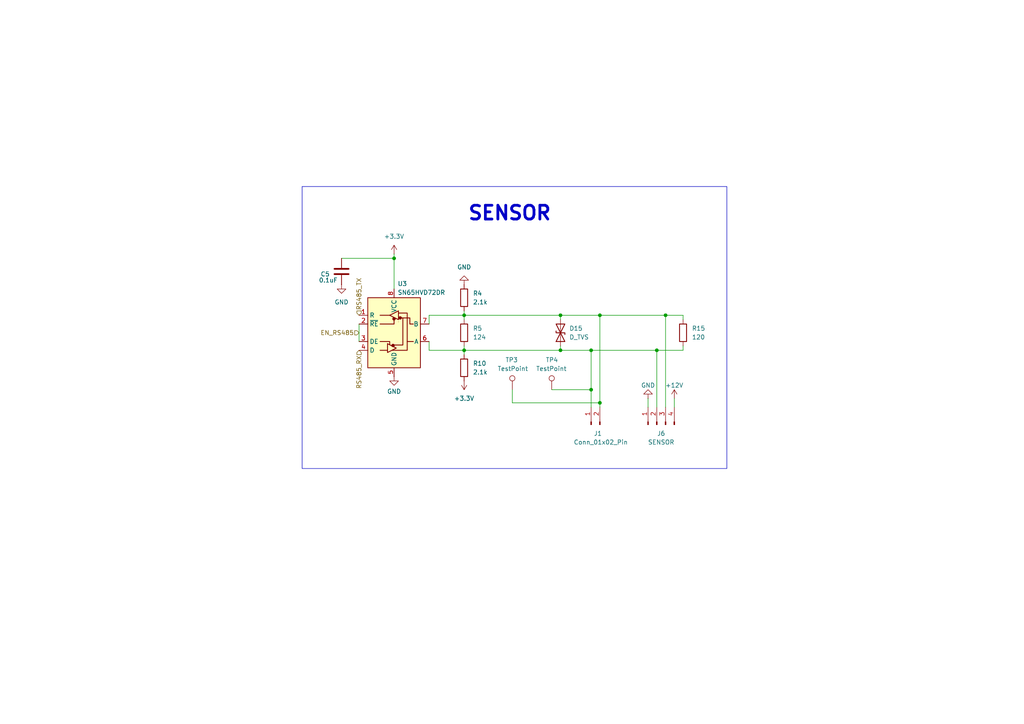
<source format=kicad_sch>
(kicad_sch (version 20231120) (generator "eeschema") (generator_version "8.0")
  (paper "A4")
  (lib_symbols
    (symbol "Connector:Conn_01x02_Pin" (pin_names (offset 1.016) hide)
      (property "Reference" "J" (at 0 2.54 0))
      (property "Value" "Conn_01x02_Pin" (at 0 -5.08 0))
      (symbol "Conn_01x02_Pin_1_1"
        (polyline (pts (xy 1.27 -2.54) (xy 0.8636 -2.54)) (stroke (width 0.1524)))
        (polyline (pts (xy 1.27 0) (xy 0.8636 0)) (stroke (width 0.1524)))
        (rectangle (start 0.8636 -2.413) (end 0 -2.667) (stroke (width 0.1524)) (fill (type outline)))
        (rectangle (start 0.8636 0.127) (end 0 -0.127) (stroke (width 0.1524)) (fill (type outline)))
        (pin passive line (at 5.08 0 180) (length 3.81) (name "Pin_1") (number "1"))
        (pin passive line (at 5.08 -2.54 180) (length 3.81) (name "Pin_2") (number "2"))
      )
    )
    (symbol "Connector:Conn_01x04_Pin" (pin_names (offset 1.016) hide)
      (property "Reference" "J" (at 0 5.08 0))
      (property "Value" "Conn_01x04_Pin" (at 0 -7.62 0))
      (symbol "Conn_01x04_Pin_1_1"
        (polyline (pts (xy 1.27 -5.08) (xy 0.8636 -5.08)) (stroke (width 0.1524)))
        (polyline (pts (xy 1.27 -2.54) (xy 0.8636 -2.54)) (stroke (width 0.1524)))
        (polyline (pts (xy 1.27 0) (xy 0.8636 0)) (stroke (width 0.1524)))
        (polyline (pts (xy 1.27 2.54) (xy 0.8636 2.54)) (stroke (width 0.1524)))
        (rectangle (start 0.8636 -4.953) (end 0 -5.207) (stroke (width 0.1524)) (fill (type outline)))
        (rectangle (start 0.8636 -2.413) (end 0 -2.667) (stroke (width 0.1524)) (fill (type outline)))
        (rectangle (start 0.8636 0.127) (end 0 -0.127) (stroke (width 0.1524)) (fill (type outline)))
        (rectangle (start 0.8636 2.667) (end 0 2.413) (stroke (width 0.1524)) (fill (type outline)))
        (pin passive line (at 5.08 2.54 180) (length 3.81) (name "Pin_1") (number "1"))
        (pin passive line (at 5.08 0 180) (length 3.81) (name "Pin_2") (number "2"))
        (pin passive line (at 5.08 -2.54 180) (length 3.81) (name "Pin_3") (number "3"))
        (pin passive line (at 5.08 -5.08 180) (length 3.81) (name "Pin_4") (number "4"))
      )
    )
    (symbol "Connector:TestPoint" (pin_numbers hide) (pin_names (offset 0.762) hide)
      (property "Reference" "TP" (at 0 6.858 0))
      (property "Value" "TestPoint" (at 0 5.08 0))
      (symbol "TestPoint_0_1"
        (circle (center 0 3.302) (radius 0.762))
      )
      (symbol "TestPoint_1_1"
        (pin passive line (at 0 0 90) (length 2.54) (name "1") (number "1"))
      )
    )
    (symbol "Device:C" (pin_numbers hide) (pin_names (offset 0.254))
      (property "Reference" "C" (at 0.635 2.54 0))
      (property "Value" "C" (at 0.635 -2.54 0))
      (symbol "C_0_1"
        (polyline (pts (xy -2.032 -0.762) (xy 2.032 -0.762)) (stroke (width 0.508)))
        (polyline (pts (xy -2.032 0.762) (xy 2.032 0.762)) (stroke (width 0.508)))
      )
      (symbol "C_1_1"
        (pin passive line (at 0 3.81 270) (length 2.794) (name "~") (number "1"))
        (pin passive line (at 0 -3.81 90) (length 2.794) (name "~") (number "2"))
      )
    )
    (symbol "Device:D_TVS" (pin_numbers hide) (pin_names (offset 1.016) hide)
      (property "Reference" "D" (at 0 2.54 0))
      (property "Value" "D_TVS" (at 0 -2.54 0))
      (symbol "D_TVS_0_1"
        (polyline (pts (xy 1.27 0) (xy -1.27 0)))
        (polyline (pts (xy 0.508 1.27) (xy 0 1.27) (xy 0 -1.27) (xy -0.508 -1.27)) (stroke (width 0.254)))
        (polyline (pts (xy -2.54 1.27) (xy -2.54 -1.27) (xy 2.54 1.27) (xy 2.54 -1.27) (xy -2.54 1.27)) (stroke (width 0.254)))
      )
      (symbol "D_TVS_1_1"
        (pin passive line (at -3.81 0 0) (length 2.54) (name "A1") (number "1"))
        (pin passive line (at 3.81 0 180) (length 2.54) (name "A2") (number "2"))
      )
    )
    (symbol "Device:R" (pin_numbers hide) (pin_names (offset 0))
      (property "Reference" "R" (at 2.032 0 90))
      (property "Value" "R" (at 0 0 90))
      (symbol "R_0_1"
        (rectangle (start -1.016 -2.54) (end 1.016 2.54) (stroke (width 0.254)))
      )
      (symbol "R_1_1"
        (pin passive line (at 0 3.81 270) (length 1.27) (name "~") (number "1"))
        (pin passive line (at 0 -3.81 90) (length 1.27) (name "~") (number "2"))
      )
    )
    (symbol "Interface_UART:SN65HVD11HD"
      (property "Reference" "U" (at -7.62 12.7 0))
      (property "Value" "SN65HVD11HD" (at 2.54 12.7 0))
      (symbol "SN65HVD11HD_0_1"
        (rectangle (start -7.62 10.16) (end 7.62 -10.16) (stroke (width 0.254)) (fill (type background)))
        (circle (center -0.3048 -3.683) (radius 0.3556) (stroke (width 0.254)) (fill (type outline)))
        (circle (center -0.0254 4.0386) (radius 0.3556) (stroke (width 0.254)) (fill (type outline)))
        (polyline (pts (xy -4.064 -5.08) (xy -1.905 -5.08)) (stroke (width 0.254)))
        (polyline (pts (xy -4.064 5.08) (xy -1.27 5.08)) (stroke (width 0.254)))
        (polyline (pts (xy -1.27 -3.2004) (xy -1.27 -3.4544)) (stroke (width 0.254)))
        (polyline (pts (xy -4.064 -2.54) (xy -1.27 -2.54) (xy -1.27 -3.175)) (stroke (width 0.254)))
        (polyline (pts (xy 0 3.81) (xy 0 2.54) (xy -4.064 2.54)) (stroke (width 0.254)))
        (polyline (pts (xy 1.27 5.715) (xy 3.81 5.715) (xy 3.81 -2.54)) (stroke (width 0.254)))
        (polyline (pts (xy 2.54 4.318) (xy 2.54 -3.556) (xy -0.254 -3.556)) (stroke (width 0.254)))
        (polyline (pts (xy -1.905 -3.175) (xy -1.905 -5.715) (xy 0.635 -4.445) (xy -1.905 -3.175)) (stroke (width 0.254)))
        (polyline (pts (xy -1.27 5.08) (xy 1.27 6.35) (xy 1.27 3.81) (xy -1.27 5.08)) (stroke (width 0.254)))
        (polyline (pts (xy -0.508 -5.08) (xy 3.81 -5.08) (xy 3.81 -2.54) (xy 5.588 -2.54)) (stroke (width 0.254)))
        (polyline (pts (xy 2.032 4.318) (xy 4.572 4.318) (xy 4.572 2.54) (xy 5.588 2.54)) (stroke (width 0.254)))
        (rectangle (start 1.27 3.175) (end 1.27 3.175))
        (circle (center 1.778 4.318) (radius 0.3556) (stroke (width 0.254)) (fill (type outline)))
      )
      (symbol "SN65HVD11HD_1_1"
        (pin output line (at -10.16 5.08 0) (length 2.54) (name "R") (number "1"))
        (pin input line (at -10.16 2.54 0) (length 2.54) (name "~{RE}") (number "2"))
        (pin input line (at -10.16 -2.54 0) (length 2.54) (name "DE") (number "3"))
        (pin input line (at -10.16 -5.08 0) (length 2.54) (name "D") (number "4"))
        (pin power_in line (at 0 -12.7 90) (length 2.54) (name "GND") (number "5"))
        (pin bidirectional line (at 10.16 -2.54 180) (length 2.54) (name "A") (number "6"))
        (pin bidirectional line (at 10.16 2.54 180) (length 2.54) (name "B") (number "7"))
        (pin power_in line (at 0 12.7 270) (length 2.54) (name "VCC") (number "8"))
      )
    )
    (symbol "power:+12V" (power) (pin_numbers hide) (pin_names (offset 0) hide)
      (property "Value" "+12V" (at 0 3.556 0))
      (symbol "+12V_0_1"
        (polyline (pts (xy -0.762 1.27) (xy 0 2.54)))
        (polyline (pts (xy 0 0) (xy 0 2.54)))
        (polyline (pts (xy 0 2.54) (xy 0.762 1.27)))
      )
      (symbol "+12V_1_1"
        (pin power_in line (at 0 0 90) (length 0) (name "~") (number "1"))
      )
    )
    (symbol "power:+3.3V" (power) (pin_numbers hide) (pin_names (offset 0) hide)
      (property "Value" "+3.3V" (at 0 3.556 0))
      (symbol "+3.3V_0_1"
        (polyline (pts (xy -0.762 1.27) (xy 0 2.54)))
        (polyline (pts (xy 0 0) (xy 0 2.54)))
        (polyline (pts (xy 0 2.54) (xy 0.762 1.27)))
      )
      (symbol "+3.3V_1_1"
        (pin power_in line (at 0 0 90) (length 0) (name "~") (number "1"))
      )
    )
    (symbol "power:GND" (power) (pin_numbers hide) (pin_names (offset 0) hide)
      (property "Value" "GND" (at 0 -3.81 0))
      (symbol "GND_0_1"
        (polyline (pts (xy 0 0) (xy 0 -1.27) (xy 1.27 -1.27) (xy 0 -2.54) (xy -1.27 -1.27) (xy 0 -1.27)))
      )
      (symbol "GND_1_1"
        (pin power_in line (at 0 0 270) (length 0) (name "~") (number "1"))
      )
    )
  )
  (junction (at 173.99 91.44))
  (junction (at 171.45 101.6))
  (junction (at 162.56 91.44))
  (junction (at 171.45 113.03))
  (junction (at 173.99 116.84))
  (junction (at 134.62 91.44))
  (junction (at 190.5 101.6))
  (junction (at 134.62 101.6))
  (junction (at 162.56 101.6))
  (junction (at 114.3 74.93))
  (junction (at 193.04 91.44))
  (wire (pts (xy 134.62 101.6) (xy 134.62 102.87)))
  (wire (pts (xy 134.62 90.17) (xy 134.62 91.44)))
  (wire (pts (xy 198.12 101.6) (xy 190.5 101.6)))
  (wire (pts (xy 124.46 101.6) (xy 134.62 101.6)))
  (wire (pts (xy 198.12 91.44) (xy 198.12 92.71)))
  (wire (pts (xy 198.12 100.33) (xy 198.12 101.6)))
  (wire (pts (xy 124.46 99.06) (xy 124.46 101.6)))
  (wire (pts (xy 171.45 113.03) (xy 171.45 118.11)))
  (wire (pts (xy 173.99 91.44) (xy 193.04 91.44)))
  (wire (pts (xy 104.14 93.98) (xy 104.14 99.06)))
  (wire (pts (xy 114.3 73.66) (xy 114.3 74.93)))
  (wire (pts (xy 160.02 113.03) (xy 171.45 113.03)))
  (wire (pts (xy 99.06 74.93) (xy 114.3 74.93)))
  (wire (pts (xy 173.99 91.44) (xy 162.56 91.44)))
  (wire (pts (xy 171.45 101.6) (xy 162.56 101.6)))
  (wire (pts (xy 134.62 91.44) (xy 162.56 91.44)))
  (wire (pts (xy 162.56 91.44) (xy 162.56 92.71)))
  (wire (pts (xy 171.45 101.6) (xy 190.5 101.6)))
  (wire (pts (xy 162.56 100.33) (xy 162.56 101.6)))
  (wire (pts (xy 190.5 101.6) (xy 190.5 118.11)))
  (wire (pts (xy 134.62 101.6) (xy 162.56 101.6)))
  (wire (pts (xy 148.59 113.03) (xy 148.59 116.84)))
  (wire (pts (xy 134.62 91.44) (xy 134.62 92.71)))
  (wire (pts (xy 148.59 116.84) (xy 173.99 116.84)))
  (wire (pts (xy 187.96 118.11) (xy 187.96 115.57)))
  (wire (pts (xy 134.62 100.33) (xy 134.62 101.6)))
  (wire (pts (xy 173.99 116.84) (xy 173.99 118.11)))
  (wire (pts (xy 193.04 91.44) (xy 193.04 118.11)))
  (wire (pts (xy 114.3 74.93) (xy 114.3 83.82)))
  (wire (pts (xy 124.46 91.44) (xy 124.46 93.98)))
  (wire (pts (xy 198.12 91.44) (xy 193.04 91.44)))
  (wire (pts (xy 124.46 91.44) (xy 134.62 91.44)))
  (wire (pts (xy 173.99 91.44) (xy 173.99 116.84)))
  (wire (pts (xy 195.58 118.11) (xy 195.58 115.57)))
  (wire (pts (xy 171.45 101.6) (xy 171.45 113.03)))
  (rectangle (start 87.63 54.102) (end 210.82 135.89))
  (text "SENSOR\n" (at 147.828 61.976 0) (effects (font (size 4 4) (bold yes))))
  (hierarchical_label "RS485_TX" (shape input) (at 104.14 91.44 90))
  (hierarchical_label "RS485_RX" (shape input) (at 104.14 101.6 270))
  (hierarchical_label "EN_RS485" (shape input) (at 104.14 96.52 180))
  (symbol (lib_id "power:GND") (at 114.3 109.22 0) (unit 1)
    (property "Reference" "#PWR022" (effects (hide yes)))
    (property "Value" "GND" (at 114.3 113.538 0))
    (property "Description" "Power symbol creates a global label with name \"GND\" , ground" (effects (hide yes)))
  )
  (symbol (lib_id "power:GND") (at 134.62 82.55 180) (unit 1)
    (property "Reference" "#PWR023" (effects (hide yes)))
    (property "Value" "GND" (at 134.62 77.47 0))
    (property "Description" "Power symbol creates a global label with name \"GND\" , ground" (effects (hide yes)))
  )
  (symbol (lib_id "power:+12V") (at 195.58 115.57 0) (unit 1)
    (property "Reference" "#PWR037" (effects (hide yes)))
    (property "Value" "+12V" (at 195.58 111.76 0))
    (property "Description" "Power symbol creates a global label with name \"+12V\"" (effects (hide yes)))
  )
  (symbol (lib_id "Connector:Conn_01x02_Pin") (at 171.45 123.19 90) (unit 1)
    (property "Reference" "J1" (at 172.212 125.73 90) (effects (justify right)))
    (property "Value" "Conn_01x02_Pin" (at 166.37 128.27 90) (effects (justify right)))
    (property "Footprint" "hydroB:Din sensor" (effects (hide yes)))
  )
  (symbol (lib_id "power:GND") (at 99.06 82.55 0) (unit 1)
    (property "Reference" "#PWR020" (effects (hide yes)))
    (property "Value" "GND" (at 99.06 87.63 0))
    (property "Description" "Power symbol creates a global label with name \"GND\" , ground" (effects (hide yes)))
  )
  (symbol (lib_id "Connector:TestPoint") (at 148.59 113.03 0) (unit 1)
    (property "Reference" "TP3" (at 146.558 104.394 0) (effects (justify left)))
    (property "Value" "TestPoint" (at 144.272 106.934 0) (effects (justify left)))
    (property "Footprint" "TestPoint:TestPoint_Loop_D1.80mm_Drill1.0mm_Beaded" (effects (hide yes)))
    (property "Description" "test point" (effects (hide yes)))
  )
  (symbol (lib_id "Device:R") (at 134.62 96.52 180) (unit 1)
    (property "Reference" "R5" (at 137.16 95.2499 0) (effects (justify right)))
    (property "Value" "124" (at 137.16 97.7899 0) (effects (justify right)))
    (property "Footprint" "Resistor_SMD:R_0603_1608Metric" (effects (hide yes)))
    (property "Description" "62.5mW Thick Film Resistors 50V ±100ppm/℃ ±1% 10kΩ 0402" (effects (hide yes)))
    (property "MFR" "0402WGF1002TCE" (effects (hide yes)))
    (property "LCSC" "C25744" (effects (hide yes)))
  )
  (symbol (lib_id "Interface_UART:SN65HVD11HD") (at 114.3 96.52 0) (unit 1)
    (property "Reference" "U3" (at 115.316 82.296 0) (effects (justify left)))
    (property "Value" "SN65HVD72DR" (at 115.316 84.836 0) (effects (justify left)))
    (property "Footprint" "Package_SO:SOIC-8_3.9x4.9mm_P1.27mm" (effects (hide yes)))
    (property "Datasheet" "https://wmsc.lcsc.com/wmsc/upload/file/pdf/v2/lcsc/1810161612_Texas-Instruments-SN65HVD72DR_C48125.pdf" (effects (hide yes)))
    (property "Description" "3.3V, RS-485 Transceiver, SOIC-8" (effects (hide yes)))
    (property "LCSC" " C48125" (effects (hide yes)))
    (property "MFR.Part" "SN65HVD72DR" (effects (hide yes)))
  )
  (symbol (lib_id "Device:C") (at 99.06 78.74 0) (unit 1)
    (property "Reference" "C5" (at 92.964 79.502 0) (effects (justify left)))
    (property "Value" "0.1uF" (at 92.456 81.2801 0) (effects (justify left)))
    (property "Footprint" "Capacitor_SMD:C_0603_1608Metric" (effects (hide yes)))
    (property "Description" "50V 100nF X7R ±10% 0402" (effects (hide yes)))
    (property "MFR" "CL05B104KB54PNC" (effects (hide yes)))
    (property "LCSC" "C307331" (effects (hide yes)))
  )
  (symbol (lib_id "Device:R") (at 198.12 96.52 180) (unit 1)
    (property "Reference" "R15" (at 200.66 95.2499 0) (effects (justify right)))
    (property "Value" "120" (at 200.66 97.7899 0) (effects (justify right)))
    (property "Footprint" "Resistor_SMD:R_0603_1608Metric" (effects (hide yes)))
    (property "Description" "62.5mW Thick Film Resistors 50V ±100ppm/℃ ±1% 10kΩ 0402" (effects (hide yes)))
    (property "MFR" "0402WGF1002TCE" (effects (hide yes)))
    (property "LCSC" "C25744" (effects (hide yes)))
  )
  (symbol (lib_id "Device:D_TVS") (at 162.56 96.52 90) (unit 1)
    (property "Reference" "D15" (at 165.1 95.2499 90) (effects (justify right)))
    (property "Value" "D_TVS" (at 165.1 97.79 90) (effects (justify right)))
    (property "Footprint" "Diode_SMD:D_SOD-123F" (effects (hide yes)))
    (property "Description" "Bidirectional transient-voltage-suppression diode" (effects (hide yes)))
  )
  (symbol (lib_id "power:+3.3V") (at 114.3 73.66 0) (unit 1)
    (property "Reference" "#PWR013" (effects (hide yes)))
    (property "Value" "+3.3V" (at 114.3 68.58 0))
    (property "Description" "Power symbol creates a global label with name \"+3.3V\"" (effects (hide yes)))
  )
  (symbol (lib_id "power:GND") (at 187.96 115.57 180) (unit 1)
    (property "Reference" "#PWR025" (effects (hide yes)))
    (property "Value" "GND" (at 187.96 111.76 0))
    (property "Description" "Power symbol creates a global label with name \"GND\" , ground" (effects (hide yes)))
  )
  (symbol (lib_id "Connector:TestPoint") (at 160.02 113.03 0) (unit 1)
    (property "Reference" "TP4" (at 158.242 104.394 0) (effects (justify left)))
    (property "Value" "TestPoint" (at 155.448 106.934 0) (effects (justify left)))
    (property "Footprint" "TestPoint:TestPoint_Loop_D1.80mm_Drill1.0mm_Beaded" (effects (hide yes)))
    (property "Description" "test point" (effects (hide yes)))
  )
  (symbol (lib_id "Connector:Conn_01x04_Pin") (at 190.5 123.19 90) (unit 1)
    (property "Reference" "J6" (at 191.77 125.73 90))
    (property "Value" "SENSOR" (at 191.77 128.27 90))
    (property "Footprint" "hydroB:Din sensor 4 Pin" (effects (hide yes)))
    (property "Description" "Generic connector, single row, 01x04, script generated" (effects (hide yes)))
  )
  (symbol (lib_id "power:+3.3V") (at 134.62 110.49 180) (unit 1)
    (property "Reference" "#PWR04" (effects (hide yes)))
    (property "Value" "+3.3V" (at 134.62 115.57 0))
    (property "Description" "Power symbol creates a global label with name \"+3.3V\"" (effects (hide yes)))
  )
  (symbol (lib_id "Device:R") (at 134.62 86.36 180) (unit 1)
    (property "Reference" "R4" (at 137.16 85.0899 0) (effects (justify right)))
    (property "Value" "2.1k" (at 137.16 87.6299 0) (effects (justify right)))
    (property "Footprint" "Resistor_SMD:R_0603_1608Metric" (effects (hide yes)))
    (property "Description" "62.5mW Thick Film Resistors 50V ±100ppm/℃ ±1% 10kΩ 0402" (effects (hide yes)))
    (property "MFR" "0402WGF1002TCE" (effects (hide yes)))
    (property "LCSC" "C25744" (effects (hide yes)))
  )
  (symbol (lib_id "Device:R") (at 134.62 106.68 180) (unit 1)
    (property "Reference" "R10" (at 137.16 105.4099 0) (effects (justify right)))
    (property "Value" "2.1k" (at 137.16 107.9499 0) (effects (justify right)))
    (property "Footprint" "Resistor_SMD:R_0603_1608Metric" (effects (hide yes)))
    (property "Description" "62.5mW Thick Film Resistors 50V ±100ppm/℃ ±1% 10kΩ 0402" (effects (hide yes)))
    (property "MFR" "0402WGF1002TCE" (effects (hide yes)))
    (property "LCSC" "C25744" (effects (hide yes)))
  )
)
</source>
